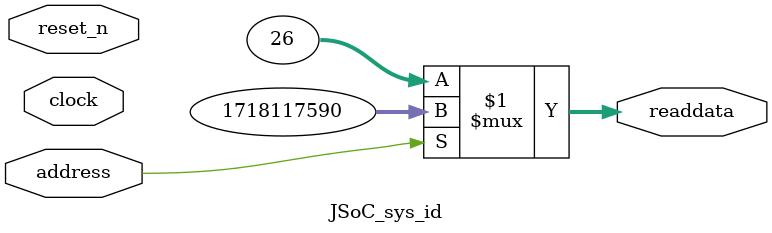
<source format=v>

`timescale 1ns / 1ps
// synthesis translate_on

// turn off superfluous verilog processor warnings 
// altera message_level Level1 
// altera message_off 10034 10035 10036 10037 10230 10240 10030 

module JSoC_sys_id (
               // inputs:
                address,
                clock,
                reset_n,

               // outputs:
                readdata
             )
;

  output  [ 31: 0] readdata;
  input            address;
  input            clock;
  input            reset_n;

  wire    [ 31: 0] readdata;
  //control_slave, which is an e_avalon_slave
  assign readdata = address ? 1718117590 : 26;

endmodule




</source>
